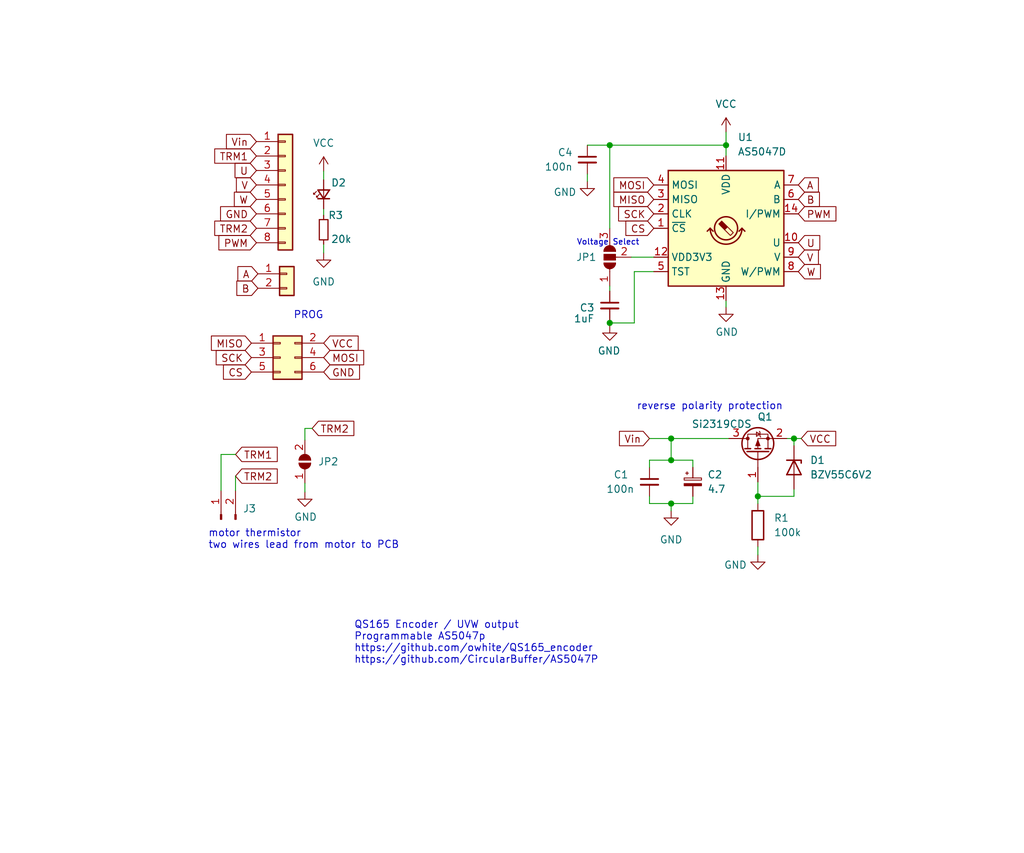
<source format=kicad_sch>
(kicad_sch (version 20211123) (generator eeschema)
  (paper "User" 180.01 150.012)
  (lib_symbols
    (symbol "Connector:Conn_01x02_Male" (pin_names (offset 1.016) hide)
      (property "Reference" "J" (at 0 2.54 0))
      (property "Value" "Conn_01x02_Male" (at 0 -5.08 0))
      (symbol "Conn_01x02_Male_1_1"
        (polyline (pts (xy 1.27 -2.54) (xy 0.8636 -2.54)) (stroke (width 0.1524)))
        (polyline (pts (xy 1.27 0) (xy 0.8636 0)) (stroke (width 0.1524)))
        (rectangle (start 0.8636 -2.413) (end 0 -2.667) (stroke (width 0.1524)) (fill (type outline)))
        (rectangle (start 0.8636 0.127) (end 0 -0.127) (stroke (width 0.1524)) (fill (type outline)))
        (pin passive line (at 5.08 0 180) (length 3.81) (name "Pin_1") (number "1"))
        (pin passive line (at 5.08 -2.54 180) (length 3.81) (name "Pin_2") (number "2"))
      )
    )
    (symbol "Connector_Generic:Conn_01x02" (pin_names (offset 1.016) hide)
      (property "Reference" "J" (at 0 2.54 0))
      (property "Value" "Conn_01x02" (at 0 -5.08 0))
      (symbol "Conn_01x02_1_1"
        (rectangle (start -1.27 -2.413) (end 0 -2.667) (stroke (width 0.1524)))
        (rectangle (start -1.27 0.127) (end 0 -0.127) (stroke (width 0.1524)))
        (rectangle (start -1.27 1.27) (end 1.27 -3.81) (stroke (width 0.254)) (fill (type background)))
        (pin passive line (at -5.08 0 0) (length 3.81) (name "Pin_1") (number "1"))
        (pin passive line (at -5.08 -2.54 0) (length 3.81) (name "Pin_2") (number "2"))
      )
    )
    (symbol "Connector_Generic:Conn_01x08" (pin_names (offset 1.016) hide)
      (property "Reference" "J" (at 0 10.16 0))
      (property "Value" "Conn_01x08" (at 0 -12.7 0))
      (symbol "Conn_01x08_1_1"
        (rectangle (start -1.27 -10.033) (end 0 -10.287) (stroke (width 0.1524)))
        (rectangle (start -1.27 -7.493) (end 0 -7.747) (stroke (width 0.1524)))
        (rectangle (start -1.27 -4.953) (end 0 -5.207) (stroke (width 0.1524)))
        (rectangle (start -1.27 -2.413) (end 0 -2.667) (stroke (width 0.1524)))
        (rectangle (start -1.27 0.127) (end 0 -0.127) (stroke (width 0.1524)))
        (rectangle (start -1.27 2.667) (end 0 2.413) (stroke (width 0.1524)))
        (rectangle (start -1.27 5.207) (end 0 4.953) (stroke (width 0.1524)))
        (rectangle (start -1.27 7.747) (end 0 7.493) (stroke (width 0.1524)))
        (rectangle (start -1.27 8.89) (end 1.27 -11.43) (stroke (width 0.254)) (fill (type background)))
        (pin passive line (at -5.08 7.62 0) (length 3.81) (name "Pin_1") (number "1"))
        (pin passive line (at -5.08 5.08 0) (length 3.81) (name "Pin_2") (number "2"))
        (pin passive line (at -5.08 2.54 0) (length 3.81) (name "Pin_3") (number "3"))
        (pin passive line (at -5.08 0 0) (length 3.81) (name "Pin_4") (number "4"))
        (pin passive line (at -5.08 -2.54 0) (length 3.81) (name "Pin_5") (number "5"))
        (pin passive line (at -5.08 -5.08 0) (length 3.81) (name "Pin_6") (number "6"))
        (pin passive line (at -5.08 -7.62 0) (length 3.81) (name "Pin_7") (number "7"))
        (pin passive line (at -5.08 -10.16 0) (length 3.81) (name "Pin_8") (number "8"))
      )
    )
    (symbol "Connector_Generic:Conn_02x03_Odd_Even" (pin_names (offset 1.016) hide)
      (property "Reference" "ISP1" (at 1.27 5.715 0))
      (symbol "Conn_02x03_Odd_Even_1_1"
        (rectangle (start -1.27 -2.413) (end 0 -2.667) (stroke (width 0.1524)))
        (rectangle (start -1.27 0.127) (end 0 -0.127) (stroke (width 0.1524)))
        (rectangle (start -1.27 2.667) (end 0 2.413) (stroke (width 0.1524)))
        (rectangle (start -1.27 3.81) (end 3.81 -3.81) (stroke (width 0.254)) (fill (type background)))
        (rectangle (start 3.81 -2.413) (end 2.54 -2.667) (stroke (width 0.1524)))
        (rectangle (start 3.81 0.127) (end 2.54 -0.127) (stroke (width 0.1524)))
        (rectangle (start 3.81 2.667) (end 2.54 2.413) (stroke (width 0.1524)))
        (pin passive line (at -5.08 2.54 0) (length 3.81) (name "Pin_1") (number "1"))
        (pin passive line (at 7.62 2.54 180) (length 3.81) (name "Pin_2") (number "2"))
        (pin passive line (at -5.08 0 0) (length 3.81) (name "Pin_3") (number "3"))
        (pin passive line (at 7.62 0 180) (length 3.81) (name "Pin_4") (number "4"))
        (pin passive line (at -5.08 -2.54 0) (length 3.81) (name "Pin_5") (number "5"))
        (pin passive line (at 7.62 -2.54 180) (length 3.81) (name "Pin_6") (number "6"))
      )
    )
    (symbol "Device:C_Polarized_Small" (pin_numbers hide) (pin_names (offset 0.254) hide)
      (property "Reference" "C" (at 0.254 1.778 0))
      (property "Value" "C_Polarized_Small" (at 0.254 -2.032 0))
      (symbol "C_Polarized_Small_0_1"
        (rectangle (start -1.524 -0.3048) (end 1.524 -0.6858) (fill (type outline)))
        (rectangle (start -1.524 0.6858) (end 1.524 0.3048))
        (polyline (pts (xy -1.27 1.524) (xy -0.762 1.524)))
        (polyline (pts (xy -1.016 1.27) (xy -1.016 1.778)))
      )
      (symbol "C_Polarized_Small_1_1"
        (pin passive line (at 0 2.54 270) (length 1.8542) (name "~") (number "1"))
        (pin passive line (at 0 -2.54 90) (length 1.8542) (name "~") (number "2"))
      )
    )
    (symbol "Device:C_Small" (pin_numbers hide) (pin_names (offset 0.254) hide)
      (property "Reference" "C" (at 0.254 1.778 0))
      (property "Value" "C_Small" (at 0.254 -2.032 0))
      (symbol "C_Small_0_1"
        (polyline (pts (xy -1.524 -0.508) (xy 1.524 -0.508)) (stroke (width 0.3302)))
        (polyline (pts (xy -1.524 0.508) (xy 1.524 0.508)) (stroke (width 0.3048)))
      )
      (symbol "C_Small_1_1"
        (pin passive line (at 0 2.54 270) (length 2.032) (name "~") (number "1"))
        (pin passive line (at 0 -2.54 90) (length 2.032) (name "~") (number "2"))
      )
    )
    (symbol "Device:LED_Small" (pin_numbers hide) (pin_names (offset 0.254) hide)
      (property "Reference" "D" (at -1.27 3.175 0))
      (property "Value" "LED_Small" (at -4.445 -2.54 0))
      (symbol "LED_Small_0_1"
        (polyline (pts (xy -0.762 -1.016) (xy -0.762 1.016)) (stroke (width 0.254)))
        (polyline (pts (xy 1.016 0) (xy -0.762 0)))
        (polyline (pts (xy 0.762 -1.016) (xy -0.762 0) (xy 0.762 1.016) (xy 0.762 -1.016)) (stroke (width 0.254)))
        (polyline (pts (xy 0 0.762) (xy -0.508 1.27) (xy -0.254 1.27) (xy -0.508 1.27) (xy -0.508 1.016)))
        (polyline (pts (xy 0.508 1.27) (xy 0 1.778) (xy 0.254 1.778) (xy 0 1.778) (xy 0 1.524)))
      )
      (symbol "LED_Small_1_1"
        (pin passive line (at -2.54 0 0) (length 1.778) (name "K") (number "1"))
        (pin passive line (at 2.54 0 180) (length 1.778) (name "A") (number "2"))
      )
    )
    (symbol "Device:R" (pin_numbers hide) (pin_names (offset 0))
      (property "Reference" "R" (at 2.032 0 90))
      (property "Value" "R" (at 0 0 90))
      (symbol "R_0_1"
        (rectangle (start -1.016 -2.54) (end 1.016 2.54) (stroke (width 0.254)))
      )
      (symbol "R_1_1"
        (pin passive line (at 0 3.81 270) (length 1.27) (name "~") (number "1"))
        (pin passive line (at 0 -3.81 90) (length 1.27) (name "~") (number "2"))
      )
    )
    (symbol "Device:R_Small" (pin_numbers hide) (pin_names (offset 0.254) hide)
      (property "Reference" "R" (at 0.762 0.508 0))
      (property "Value" "R_Small" (at 0.762 -1.016 0))
      (symbol "R_Small_0_1"
        (rectangle (start -0.762 1.778) (end 0.762 -1.778) (stroke (width 0.2032)))
      )
      (symbol "R_Small_1_1"
        (pin passive line (at 0 2.54 270) (length 0.762) (name "~") (number "1"))
        (pin passive line (at 0 -2.54 90) (length 0.762) (name "~") (number "2"))
      )
    )
    (symbol "Diode:BZV55B10" (pin_numbers hide) (pin_names hide)
      (property "Reference" "D" (at 0 2.54 0))
      (property "Value" "BZV55B10" (at 0 -2.54 0))
      (symbol "BZV55B10_0_1"
        (polyline (pts (xy 1.27 0) (xy -1.27 0)))
        (polyline (pts (xy -1.27 -1.27) (xy -1.27 1.27) (xy -0.762 1.27)) (stroke (width 0.254)))
        (polyline (pts (xy 1.27 -1.27) (xy 1.27 1.27) (xy -1.27 0) (xy 1.27 -1.27)) (stroke (width 0.254)))
      )
      (symbol "BZV55B10_1_1"
        (pin passive line (at -3.81 0 0) (length 2.54) (name "K") (number "1"))
        (pin passive line (at 3.81 0 180) (length 2.54) (name "A") (number "2"))
      )
    )
    (symbol "Jumper:SolderJumper_2_Open" (pin_names (offset 0) hide)
      (property "Reference" "JP" (at 0 2.032 0))
      (property "Value" "SolderJumper_2_Open" (at 0 -2.54 0))
      (symbol "SolderJumper_2_Open_0_1"
        (arc (start -0.254 1.016) (mid -1.27 0) (end -0.254 -1.016))
        (arc (start -0.254 1.016) (mid -1.27 0) (end -0.254 -1.016) (fill (type outline)))
        (polyline (pts (xy -0.254 1.016) (xy -0.254 -1.016)))
        (polyline (pts (xy 0.254 1.016) (xy 0.254 -1.016)))
        (arc (start 0.254 -1.016) (mid 1.27 0) (end 0.254 1.016))
        (arc (start 0.254 -1.016) (mid 1.27 0) (end 0.254 1.016) (fill (type outline)))
      )
      (symbol "SolderJumper_2_Open_1_1"
        (pin passive line (at -3.81 0 0) (length 2.54) (name "A") (number "1"))
        (pin passive line (at 3.81 0 180) (length 2.54) (name "B") (number "2"))
      )
    )
    (symbol "Jumper:SolderJumper_3_Open" (pin_names (offset 0) hide)
      (property "Reference" "JP" (at -2.54 -2.54 0))
      (property "Value" "SolderJumper_3_Open" (at 0 2.794 0))
      (symbol "SolderJumper_3_Open_0_1"
        (arc (start -1.016 1.016) (mid -2.032 0) (end -1.016 -1.016))
        (arc (start -1.016 1.016) (mid -2.032 0) (end -1.016 -1.016) (fill (type outline)))
        (rectangle (start -0.508 1.016) (end 0.508 -1.016) (fill (type outline)))
        (polyline (pts (xy -2.54 0) (xy -2.032 0)))
        (polyline (pts (xy -1.016 1.016) (xy -1.016 -1.016)))
        (polyline (pts (xy 0 -1.27) (xy 0 -1.016)))
        (polyline (pts (xy 1.016 1.016) (xy 1.016 -1.016)))
        (polyline (pts (xy 2.54 0) (xy 2.032 0)))
        (arc (start 1.016 -1.016) (mid 2.032 0) (end 1.016 1.016))
        (arc (start 1.016 -1.016) (mid 2.032 0) (end 1.016 1.016) (fill (type outline)))
      )
      (symbol "SolderJumper_3_Open_1_1"
        (pin passive line (at -5.08 0 0) (length 2.54) (name "A") (number "1"))
        (pin passive line (at 0 -3.81 90) (length 2.54) (name "C") (number "2"))
        (pin passive line (at 5.08 0 180) (length 2.54) (name "B") (number "3"))
      )
    )
    (symbol "Sensor_Magnetic:AS5047D"
      (property "Reference" "U" (at -8.89 11.43 0))
      (property "Value" "AS5047D" (at 5.08 11.43 0))
      (symbol "AS5047D_1_1"
        (rectangle (start -10.16 10.16) (end 10.16 -10.16) (stroke (width 0.254)) (fill (type background)))
        (arc (start -2.794 0) (mid 0 -2.794) (end 2.794 0) (stroke (width 0.254)))
        (polyline (pts (xy -2.794 0) (xy -3.302 -0.508)) (stroke (width 0.254)))
        (polyline (pts (xy -2.794 0) (xy -2.286 -0.508)) (stroke (width 0.254)))
        (polyline (pts (xy 2.794 0) (xy 2.286 -0.508)) (stroke (width 0.254)))
        (polyline (pts (xy 2.794 0) (xy 3.302 -0.508)) (stroke (width 0.254)))
        (polyline (pts (xy 0.254 0.254) (xy 1.27 -0.762) (xy 0.762 -1.27) (xy -0.254 -0.254)))
        (polyline (pts (xy -0.762 1.27) (xy 0.254 0.254) (xy -0.254 -0.254) (xy -1.27 0.762) (xy -1.016 1.016) (xy -0.762 1.27) (xy -0.635 1.143)) (fill (type outline)))
        (circle (center 0 0) (radius 2.032) (stroke (width 0.254)))
        (pin input line (at -12.7 0 0) (length 2.54) (name "~{CS}") (number "1"))
        (pin output line (at 12.7 -2.54 180) (length 2.54) (name "U") (number "10"))
        (pin power_in line (at 0 12.7 270) (length 2.54) (name "VDD") (number "11"))
        (pin power_out line (at -12.7 -5.08 0) (length 2.54) (name "VDD3V3") (number "12"))
        (pin power_in line (at 0 -12.7 90) (length 2.54) (name "GND") (number "13"))
        (pin output line (at 12.7 2.54 180) (length 2.54) (name "I/PWM") (number "14"))
        (pin input line (at -12.7 2.54 0) (length 2.54) (name "CLK") (number "2"))
        (pin output line (at -12.7 5.08 0) (length 2.54) (name "MISO") (number "3"))
        (pin input line (at -12.7 7.62 0) (length 2.54) (name "MOSI") (number "4"))
        (pin input line (at -12.7 -7.62 0) (length 2.54) (name "TST") (number "5"))
        (pin output line (at 12.7 5.08 180) (length 2.54) (name "B") (number "6"))
        (pin output line (at 12.7 7.62 180) (length 2.54) (name "A") (number "7"))
        (pin output line (at 12.7 -7.62 180) (length 2.54) (name "W/PWM") (number "8"))
        (pin output line (at 12.7 -5.08 180) (length 2.54) (name "V") (number "9"))
      )
    )
    (symbol "Transistor_FET:Si2319CDS" (pin_names hide)
      (property "Reference" "Q" (at 5.08 1.905 0))
      (property "Value" "Si2319CDS" (at 5.08 0 0))
      (symbol "Si2319CDS_0_1"
        (polyline (pts (xy 0.254 0) (xy -2.54 0)))
        (polyline (pts (xy 0.254 1.905) (xy 0.254 -1.905)) (stroke (width 0.254)))
        (polyline (pts (xy 0.762 -1.27) (xy 0.762 -2.286)) (stroke (width 0.254)))
        (polyline (pts (xy 0.762 0.508) (xy 0.762 -0.508)) (stroke (width 0.254)))
        (polyline (pts (xy 0.762 2.286) (xy 0.762 1.27)) (stroke (width 0.254)))
        (polyline (pts (xy 2.54 2.54) (xy 2.54 1.778)))
        (polyline (pts (xy 2.54 -2.54) (xy 2.54 0) (xy 0.762 0)))
        (polyline (pts (xy 0.762 1.778) (xy 3.302 1.778) (xy 3.302 -1.778) (xy 0.762 -1.778)))
        (polyline (pts (xy 2.286 0) (xy 1.27 0.381) (xy 1.27 -0.381) (xy 2.286 0)) (fill (type outline)))
        (polyline (pts (xy 2.794 -0.508) (xy 2.921 -0.381) (xy 3.683 -0.381) (xy 3.81 -0.254)))
        (polyline (pts (xy 3.302 -0.381) (xy 2.921 0.254) (xy 3.683 0.254) (xy 3.302 -0.381)))
        (circle (center 1.651 0) (radius 2.794) (stroke (width 0.254)))
        (circle (center 2.54 -1.778) (radius 0.254) (fill (type outline)))
        (circle (center 2.54 1.778) (radius 0.254) (fill (type outline)))
      )
      (symbol "Si2319CDS_1_1"
        (pin input line (at -5.08 0 0) (length 2.54) (name "G") (number "1"))
        (pin passive line (at 2.54 -5.08 90) (length 2.54) (name "S") (number "2"))
        (pin passive line (at 2.54 5.08 270) (length 2.54) (name "D") (number "3"))
      )
    )
    (symbol "power:GND" (power) (pin_names (offset 0))
      (property "Value" "GND" (at 0 -3.81 0))
      (symbol "GND_0_1"
        (polyline (pts (xy 0 0) (xy 0 -1.27) (xy 1.27 -1.27) (xy 0 -2.54) (xy -1.27 -1.27) (xy 0 -1.27)))
      )
      (symbol "GND_1_1"
        (pin power_in line (at 0 0 270) (length 0) hide (name "GND") (number "1"))
      )
    )
    (symbol "power:VCC" (power) (pin_names (offset 0))
      (property "Value" "VCC" (at 0 3.81 0))
      (symbol "VCC_0_1"
        (polyline (pts (xy -0.762 1.27) (xy 0 2.54)))
        (polyline (pts (xy 0 0) (xy 0 2.54)))
        (polyline (pts (xy 0 2.54) (xy 0.762 1.27)))
      )
      (symbol "VCC_1_1"
        (pin power_in line (at 0 0 90) (length 0) hide (name "VCC") (number "1"))
      )
    )
  )
  (junction (at 133.223 87.249))
  (junction (at 107.188 56.769))
  (junction (at 127.635 25.527))
  (junction (at 117.983 80.899))
  (junction (at 107.188 25.527))
  (junction (at 139.573 77.089))
  (junction (at 117.983 77.089))
  (junction (at 117.983 88.519))
  (wire (pts (xy 53.594 75.311) (xy 53.594 77.343)))
  (wire (pts (xy 133.223 87.249) (xy 133.223 88.519)))
  (wire (pts (xy 121.793 82.169) (xy 121.793 80.899)))
  (wire (pts (xy 56.896 36.703) (xy 56.896 37.846)))
  (wire (pts (xy 103.251 30.607) (xy 103.251 31.877)))
  (wire (pts (xy 127.635 25.527) (xy 127.635 27.432)))
  (wire (pts (xy 114.173 77.089) (xy 117.983 77.089)))
  (wire (pts (xy 114.173 82.169) (xy 114.173 80.899)))
  (wire (pts (xy 117.983 77.089) (xy 128.143 77.089)))
  (wire (pts (xy 41.402 83.693) (xy 41.402 86.233)))
  (wire (pts (xy 117.983 88.519) (xy 121.793 88.519)))
  (wire (pts (xy 107.188 25.527) (xy 107.188 40.132)))
  (wire (pts (xy 114.173 87.249) (xy 114.173 88.519)))
  (wire (pts (xy 117.983 88.519) (xy 117.983 89.789)))
  (wire (pts (xy 107.188 56.261) (xy 107.188 56.769)))
  (wire (pts (xy 139.573 77.089) (xy 140.843 77.089)))
  (wire (pts (xy 139.573 85.979) (xy 139.573 87.249)))
  (wire (pts (xy 107.188 50.292) (xy 107.188 51.181)))
  (wire (pts (xy 56.896 30.099) (xy 56.896 31.623)))
  (wire (pts (xy 139.573 77.089) (xy 139.573 78.359)))
  (wire (pts (xy 103.251 25.527) (xy 107.188 25.527)))
  (wire (pts (xy 121.793 88.519) (xy 121.793 87.249)))
  (wire (pts (xy 107.188 25.527) (xy 127.635 25.527)))
  (wire (pts (xy 54.864 75.311) (xy 53.594 75.311)))
  (wire (pts (xy 114.935 47.752) (xy 111.506 47.752)))
  (wire (pts (xy 114.173 80.899) (xy 117.983 80.899)))
  (wire (pts (xy 138.303 77.089) (xy 139.573 77.089)))
  (wire (pts (xy 53.594 84.963) (xy 53.594 86.487)))
  (wire (pts (xy 127.635 23.241) (xy 127.635 25.527)))
  (wire (pts (xy 107.188 56.769) (xy 107.188 57.277)))
  (wire (pts (xy 111.506 56.769) (xy 107.188 56.769)))
  (wire (pts (xy 111.506 47.752) (xy 111.506 56.769)))
  (wire (pts (xy 38.862 79.883) (xy 38.862 86.233)))
  (wire (pts (xy 133.223 84.709) (xy 133.223 87.249)))
  (wire (pts (xy 41.402 79.883) (xy 38.862 79.883)))
  (wire (pts (xy 133.223 87.249) (xy 139.573 87.249)))
  (wire (pts (xy 110.998 45.212) (xy 114.935 45.212)))
  (wire (pts (xy 133.223 96.139) (xy 133.223 97.536)))
  (wire (pts (xy 114.173 88.519) (xy 117.983 88.519)))
  (wire (pts (xy 117.983 77.089) (xy 117.983 80.899)))
  (wire (pts (xy 117.983 80.899) (xy 121.793 80.899)))
  (wire (pts (xy 127.635 52.832) (xy 127.635 53.975)))
  (wire (pts (xy 56.896 42.926) (xy 56.896 44.45)))
  (text "QS165 Encoder / UVW output\nProgrammable AS5047p\nhttps://github.com/owhite/QS165_encoder\nhttps://github.com/CircularBuffer/AS5047P" (at 62.23 116.84 0) (effects (font (size 1.27 1.27)) (justify left bottom)))
  (text "motor thermistor\ntwo wires lead from motor to PCB" (at 36.576 96.647 0) (effects (font (size 1.27 1.27)) (justify left bottom)))
  (text "PROG" (at 51.562 56.261 0) (effects (font (size 1.27 1.27)) (justify left bottom)))
  (text "reverse polarity protection" (at 111.887 72.263 0) (effects (font (size 1.27 1.27)) (justify left bottom)))
  (text "Voltage Select" (at 101.346 43.307 0) (effects (font (size 1 1)) (justify left bottom)))
  (global_label "MISO" (shape input) (at 114.935 35.052 180) (property "Intersheet References" "${INTERSHEET_REFS}" (effects hide)))
  (global_label "V" (shape input) (at 45.085 32.512 180) (property "Intersheet References" "${INTERSHEET_REFS}" (effects hide)))
  (global_label "Vin" (shape input) (at 114.173 77.089 180) (property "Intersheet References" "${INTERSHEET_REFS}" (effects hide)))
  (global_label "A" (shape input) (at 140.335 32.512 0) (property "Intersheet References" "${INTERSHEET_REFS}" (effects hide)))
  (global_label "PWM" (shape input) (at 45.085 42.672 180) (property "Intersheet References" "${INTERSHEET_REFS}" (effects hide)))
  (global_label "MOSI" (shape input) (at 114.935 32.512 180) (property "Intersheet References" "${INTERSHEET_REFS}" (effects hide)))
  (global_label "B" (shape input) (at 140.335 35.052 0) (property "Intersheet References" "${INTERSHEET_REFS}" (effects hide)))
  (global_label "TRM1" (shape input) (at 41.402 79.883 0) (property "Intersheet References" "${INTERSHEET_REFS}" (effects hide)))
  (global_label "U" (shape input) (at 140.335 42.672 0) (property "Intersheet References" "${INTERSHEET_REFS}" (effects hide)))
  (global_label "PWM" (shape input) (at 140.335 37.592 0) (property "Intersheet References" "${INTERSHEET_REFS}" (effects hide)))
  (global_label "GND" (shape input) (at 45.085 37.592 180) (property "Intersheet References" "${INTERSHEET_REFS}" (effects hide)))
  (global_label "VCC" (shape input) (at 56.896 60.325 0) (property "Intersheet References" "${INTERSHEET_REFS}" (effects hide)))
  (global_label "U" (shape input) (at 45.085 29.972 180) (property "Intersheet References" "${INTERSHEET_REFS}" (effects hide)))
  (global_label "SCK" (shape input) (at 114.935 37.592 180) (property "Intersheet References" "${INTERSHEET_REFS}" (effects hide)))
  (global_label "TRM1" (shape input) (at 45.085 27.432 180) (property "Intersheet References" "${INTERSHEET_REFS}" (effects hide)))
  (global_label "TRM2" (shape input) (at 54.864 75.311 0) (property "Intersheet References" "${INTERSHEET_REFS}" (effects hide)))
  (global_label "B" (shape input) (at 45.339 50.673 180) (property "Intersheet References" "${INTERSHEET_REFS}" (effects hide)))
  (global_label "Vin" (shape input) (at 45.085 24.892 180) (property "Intersheet References" "${INTERSHEET_REFS}" (effects hide)))
  (global_label "SCK" (shape input) (at 44.196 62.865 180) (property "Intersheet References" "${INTERSHEET_REFS}" (effects hide)))
  (global_label "TRM2" (shape input) (at 45.085 40.132 180) (property "Intersheet References" "${INTERSHEET_REFS}" (effects hide)))
  (global_label "MOSI" (shape input) (at 56.896 62.865 0) (property "Intersheet References" "${INTERSHEET_REFS}" (effects hide)))
  (global_label "W" (shape input) (at 140.335 47.752 0) (property "Intersheet References" "${INTERSHEET_REFS}" (effects hide)))
  (global_label "V" (shape input) (at 140.335 45.212 0) (property "Intersheet References" "${INTERSHEET_REFS}" (effects hide)))
  (global_label "CS" (shape input) (at 44.196 65.405 180) (property "Intersheet References" "${INTERSHEET_REFS}" (effects hide)))
  (global_label "VCC" (shape input) (at 140.843 77.089 0) (property "Intersheet References" "${INTERSHEET_REFS}" (effects hide)))
  (global_label "A" (shape input) (at 45.339 48.133 180) (property "Intersheet References" "${INTERSHEET_REFS}" (effects hide)))
  (global_label "MISO" (shape input) (at 44.196 60.325 180) (property "Intersheet References" "${INTERSHEET_REFS}" (effects hide)))
  (global_label "GND" (shape input) (at 56.896 65.405 0) (property "Intersheet References" "${INTERSHEET_REFS}" (effects hide)))
  (global_label "TRM2" (shape input) (at 41.402 83.693 0) (property "Intersheet References" "${INTERSHEET_REFS}" (effects hide)))
  (global_label "W" (shape input) (at 45.085 35.052 180) (property "Intersheet References" "${INTERSHEET_REFS}" (effects hide)))
  (global_label "CS" (shape input) (at 114.935 40.132 180) (property "Intersheet References" "${INTERSHEET_REFS}" (effects hide)))
  (symbol (lib_id "Connector_Generic:Conn_02x03_Odd_Even") (at 49.276 62.865 0) (unit 1) (in_bom no)
    (property "Reference" "PRG1" (effects hide))
    (property "Value" "Conn_02x03_Top_Bottom" (effects hide))
    (property "Footprint" "Connector_PinSocket_2.54mm:isp_6pin" (effects hide))
  )
  (symbol (lib_id "power:GND") (at 117.983 89.789 0) (unit 1)
    (property "Reference" "#PWR012" (effects hide))
    (property "Value" "GND" (at 117.983 94.869 0))
  )
  (symbol (lib_id "Device:C_Small") (at 103.251 28.067 0) (mirror y) (unit 1)
    (property "Reference" "C4" (at 100.711 26.797 0) (effects (justify left)))
    (property "Value" "100n" (at 100.711 29.337 0) (effects (justify left)))
    (property "Footprint" "Capacitor_SMD:C_0805_2012Metric" (effects hide))
    (property "Datasheet" "https://datasheet.lcsc.com/lcsc/1810191219_Samsung-Electro-Mechanics-CL05B104KO5NNNC_C1525.pdf" (effects hide))
  )
  (symbol (lib_id "Device:C_Polarized_Small") (at 121.793 84.709 0) (unit 1)
    (property "Reference" "C2" (at 124.333 83.439 0) (effects (justify left)))
    (property "Value" "4.7" (at 124.333 85.979 0) (effects (justify left)))
    (property "Footprint" "Capacitor_Tantalum_SMD:CP_EIA-3216-18_Kemet-A" (effects hide))
    (property "Datasheet" "https://datasheet.lcsc.com/lcsc/1810191222_Samsung-Electro-Mechanics-CL05B104KB54PNC_C307331.pdf" (effects hide))
    (property "LCSC" "C110055" (effects hide))
  )
  (symbol (lib_id "power:GND") (at 127.635 53.975 0) (unit 1)
    (property "Reference" "#PWR0102" (effects hide))
    (property "Value" "GND" (at 127.762 58.3692 0))
  )
  (symbol (lib_id "power:VCC") (at 56.896 30.099 0) (unit 1)
    (property "Reference" "#PWR02" (effects hide))
    (property "Value" "VCC" (at 56.896 25.146 0))
  )
  (symbol (lib_id "Device:C_Small") (at 114.173 84.709 0) (mirror y) (unit 1)
    (property "Reference" "C1" (at 107.823 83.439 0) (effects (justify right)))
    (property "Value" "100n" (at 106.553 85.979 0) (effects (justify right)))
    (property "Footprint" "Capacitor_SMD:C_0805_2012Metric" (effects hide))
  )
  (symbol (lib_id "Jumper:SolderJumper_2_Open") (at 53.594 81.153 90) (unit 1) (in_bom no)
    (property "Reference" "JP2" (at 55.88 81.1529 90) (effects (justify right)))
    (property "Value" "SolderJumper_2_Open" (effects hide))
    (property "Footprint" "Jumper:SolderJumper-2_P1.3mm_Open_Pad1.0x1.5mm" (effects hide))
  )
  (symbol (lib_id "Connector:Conn_01x02_Male") (at 38.862 91.313 90) (unit 1) (in_bom no)
    (property "Reference" "J3" (at 42.672 89.4079 90) (effects (justify right)))
    (property "Value" "Conn_01x02_Male" (effects hide))
    (property "Footprint" "Connector_PinHeader_2.54mm:PinHeader_1x02_P2.54mm_Vertical" (effects hide))
  )
  (symbol (lib_id "Sensor_Magnetic:AS5047D") (at 127.635 40.132 0) (unit 1) (in_bom no)
    (property "Reference" "U1" (at 129.6544 24.13 0) (effects (justify left)))
    (property "Value" "AS5047D" (at 129.6544 26.67 0) (effects (justify left)))
    (property "Footprint" "Package_SO:TSSOP-14_4.4x5mm_P0.65mm" (effects hide))
    (property "Datasheet" "https://ams.com/documents/20143/36005/AS5047D_DS000394_2-00.pdf" (effects hide))
  )
  (symbol (lib_id "power:GND") (at 103.251 31.877 0) (mirror y) (unit 1)
    (property "Reference" "#PWR0103" (effects hide))
    (property "Value" "GND" (at 99.314 33.782 0))
  )
  (symbol (lib_id "Connector_Generic:Conn_01x08") (at 50.165 32.512 0) (unit 1) (in_bom no)
    (property "Reference" "J5" (effects hide))
    (property "Value" "Conn_01x08" (effects hide))
    (property "Footprint" "Connector_PinHeader_2.54mm:PinHeader_1x08_P2.54mm_Vertical" (effects hide))
  )
  (symbol (lib_id "power:GND") (at 56.896 44.45 0) (unit 1)
    (property "Reference" "#PWR010" (effects hide))
    (property "Value" "GND" (at 56.896 49.53 0))
  )
  (symbol (lib_id "power:GND") (at 53.594 86.487 0) (unit 1)
    (property "Reference" "#PWR0101" (effects hide))
    (property "Value" "GND" (at 53.721 90.8812 0))
  )
  (symbol (lib_id "Connector_Generic:Conn_01x02") (at 50.419 48.133 0) (unit 1)
    (property "Reference" "J1" (effects hide))
    (property "Value" "Conn_01x02" (effects hide))
    (property "Footprint" "Connector_PinHeader_2.54mm:PinHeader_1x02_P2.54mm_Vertical" (effects hide))
  )
  (symbol (lib_id "power:GND") (at 133.223 97.536 0) (unit 1)
    (property "Reference" "#PWR013" (effects hide))
    (property "Value" "GND" (at 129.286 99.314 0))
  )
  (symbol (lib_id "Diode:BZV55B10") (at 139.573 82.169 270) (unit 1)
    (property "Reference" "D1" (at 142.367 80.8989 90) (effects (justify left)))
    (property "Value" "BZV55C6V2" (at 142.367 83.4389 90) (effects (justify left)))
    (property "Footprint" "Diode_SMD:D_MiniMELF" (effects hide))
    (property "Datasheet" "https://assets.nexperia.com/documents/data-sheet/BZV55_SER.pdf" (effects hide))
    (property "LCSC" "C266263" (effects hide))
  )
  (symbol (lib_id "Jumper:SolderJumper_3_Open") (at 107.188 45.212 90) (unit 1)
    (property "Reference" "JP1" (at 104.902 45.2119 90) (effects (justify left)))
    (property "Value" "SolderJumper_3_Open" (effects hide))
    (property "Footprint" "Jumper:SolderJumper-3_P1.3mm_Open_RoundedPad1.0x1.5mm" (effects hide))
  )
  (symbol (lib_id "Device:R_Small") (at 56.896 40.386 180) (unit 1)
    (property "Reference" "R3" (at 57.658 37.846 0) (effects (justify right)))
    (property "Value" "20k" (at 58.166 42.037 0) (effects (justify right)))
    (property "Footprint" "Resistor_SMD:R_0805_2012Metric" (effects hide))
  )
  (symbol (lib_id "power:VCC") (at 127.635 23.241 0) (unit 1)
    (property "Reference" "#PWR03" (effects hide))
    (property "Value" "VCC" (at 127.635 18.288 0))
  )
  (symbol (lib_id "Device:C_Small") (at 107.188 53.721 0) (unit 1)
    (property "Reference" "C3" (at 101.854 54.102 0) (effects (justify left)))
    (property "Value" "1uF" (at 100.838 56.007 0) (effects (justify left)))
    (property "Footprint" "Capacitor_SMD:C_0805_2012Metric" (effects hide))
    (property "Datasheet" "https://datasheet.lcsc.com/lcsc/1810191219_Samsung-Electro-Mechanics-CL05B104KO5NNNC_C1525.pdf" (effects hide))
  )
  (symbol (lib_id "power:GND") (at 107.188 57.277 0) (mirror y) (unit 1)
    (property "Reference" "#PWR01" (effects hide))
    (property "Value" "GND" (at 107.061 61.6712 0))
  )
  (symbol (lib_id "Device:LED_Small") (at 56.896 34.163 90) (unit 1)
    (property "Reference" "D2" (at 58.166 32.131 90) (effects (justify right)))
    (property "Value" "RED_LED" (effects hide))
    (property "Footprint" "LED_SMD:LED_0805_2012Metric" (effects hide))
    (property "Datasheet" "https://datasheet.lcsc.com/lcsc/2008201033_Foshan-NationStar-Optoelectronics-NCD0603G2_C87326.pdf" (effects hide))
  )
  (symbol (lib_id "Transistor_FET:Si2319CDS") (at 133.223 79.629 90) (unit 1)
    (property "Reference" "Q1" (at 134.493 73.279 90))
    (property "Value" "Si2319CDS" (at 126.873 74.549 90))
    (property "Footprint" "Package_TO_SOT_SMD:SOT-23" (effects hide))
    (property "Datasheet" "http://www.vishay.com/docs/66709/si2319cd.pdf" (effects hide))
    (property "LCSC" "C558254" (effects hide))
  )
  (symbol (lib_id "Device:R") (at 133.223 92.329 0) (unit 1)
    (property "Reference" "R1" (at 136.017 91.0589 0) (effects (justify left)))
    (property "Value" "100k" (at 136.017 93.5989 0) (effects (justify left)))
    (property "Footprint" "Resistor_SMD:R_0805_2012Metric" (effects hide))
  )
)
</source>
